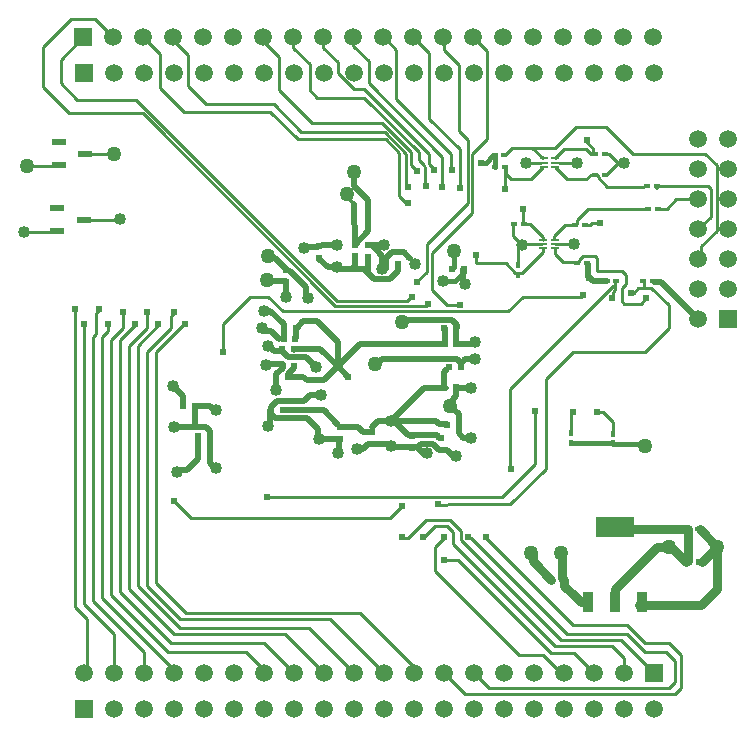
<source format=gbl>
G04*
G04 #@! TF.GenerationSoftware,Altium Limited,Altium Designer,19.1.7 (138)*
G04*
G04 Layer_Physical_Order=4*
G04 Layer_Color=16711680*
%FSLAX25Y25*%
%MOIN*%
G70*
G01*
G75*
%ADD15C,0.01000*%
%ADD16R,0.02461X0.01575*%
%ADD17R,0.01575X0.02461*%
%ADD19R,0.01968X0.02362*%
%ADD25R,0.05906X0.05906*%
%ADD41C,0.02000*%
%ADD42C,0.01500*%
%ADD46C,0.05906*%
%ADD47R,0.05906X0.05906*%
%ADD48C,0.05000*%
%ADD49C,0.04000*%
%ADD50C,0.02400*%
%ADD62R,0.04528X0.02362*%
%ADD63R,0.02362X0.01968*%
%ADD64R,0.03150X0.00591*%
%ADD65R,0.12598X0.06890*%
%ADD66R,0.03740X0.06890*%
%ADD67C,0.03000*%
D15*
X221474Y98626D02*
X222100Y98000D01*
X97331Y108769D02*
Y110000D01*
X161969Y155969D02*
Y157000D01*
X119700Y95500D02*
X120216Y96016D01*
X163200Y67300D02*
X164200D01*
X153265Y78301D02*
X159267Y78367D01*
X230078Y137178D02*
Y144722D01*
X224230Y150570D02*
X230078Y144722D01*
X221964Y150570D02*
X224230D01*
X153200Y78300D02*
X153265Y78301D01*
X102420Y156191D02*
X103809D01*
X159369Y136600D02*
X159869Y137100D01*
X160769Y124100D02*
Y125631D01*
X104837Y129600D02*
X105537Y130300D01*
X105281Y125013D02*
X105369Y125100D01*
X179800Y163700D02*
X181100Y165000D01*
X179800Y158122D02*
Y163700D01*
X174500Y80800D02*
X185500Y91800D01*
Y109400D01*
X123000Y180819D02*
X125338Y178481D01*
X141250Y139050D02*
X142100Y139900D01*
X164600Y131800D02*
X165400Y132600D01*
X123300Y120800D02*
Y121000D01*
X103269Y120800D02*
Y121784D01*
X225965Y184000D02*
X226565Y184600D01*
X243100D02*
X244100Y183600D01*
X226565Y184600D02*
X243100D01*
X192200Y190922D02*
X196322Y186800D01*
X209612Y184200D02*
X222021D01*
X206430Y187382D02*
X209612Y184200D01*
X119650Y146100D02*
X142821D01*
X144121Y147400D01*
X144500D01*
X160769Y124100D02*
Y125169D01*
X158031Y157000D02*
X158700Y157669D01*
X99281Y120150D02*
Y120800D01*
X99181Y120700D02*
Y120800D01*
Y120250D02*
Y120700D01*
X99281Y120800D02*
X99306Y120825D01*
X99181Y120700D02*
X99281Y120800D01*
X203300Y177000D02*
X223278D01*
X199608Y173308D02*
X203300Y177000D01*
X226522D02*
X229400D01*
X232550Y180150D01*
X240031D01*
X202122Y171400D02*
X203800D01*
X204600Y172200D01*
X207100D01*
X100200Y133600D02*
X101728D01*
X95200Y143000D02*
X97300D01*
X101934Y137166D02*
Y138366D01*
X101728Y133600D02*
X101833Y133705D01*
X101728Y133600D02*
X101732D01*
X101833Y137064D02*
X101934Y137166D01*
X105871D02*
X106068D01*
X105770Y137064D02*
X105871Y137166D01*
X105668Y133600D02*
X105770Y133702D01*
X102420Y156191D02*
Y156746D01*
X109226Y147774D02*
X109800Y147200D01*
X97411Y161200D02*
X98152Y160459D01*
X98706D01*
X97231Y109869D02*
X97331Y109769D01*
X54729Y208900D02*
X119029Y144600D01*
X52550Y213200D02*
X119650Y146100D01*
X33000Y213200D02*
X52550D01*
X119029Y144600D02*
X149150D01*
X149775Y145225D01*
X30100Y208900D02*
X54729D01*
X108400Y163600D02*
X108500Y163700D01*
X181600Y172265D02*
X182165Y171700D01*
X181600Y172265D02*
Y176700D01*
X182165Y171700D02*
X184000D01*
X181222D02*
X181722D01*
X182165D01*
X178228Y167872D02*
Y171450D01*
Y167872D02*
X181000Y165100D01*
X96500Y104500D02*
X97331Y105331D01*
X96500Y104400D02*
Y104500D01*
X129800Y164769D02*
X131131D01*
X135200Y156332D02*
X135774Y156906D01*
X139900Y163003D02*
X140150Y162753D01*
X139800Y162403D02*
Y162600D01*
X159200Y116631D02*
X159869Y117300D01*
X164100D02*
X164300Y117100D01*
X140300Y181094D02*
X142794Y178600D01*
X140300Y181094D02*
Y195557D01*
X135757Y200100D02*
X140300Y195557D01*
X106400Y200100D02*
X135757D01*
X142700Y184700D02*
X143300Y184100D01*
X142700Y184700D02*
Y195279D01*
X135379Y202600D02*
X142700Y195279D01*
X107700Y202600D02*
X135379D01*
X146000Y189600D02*
Y189825D01*
X144200Y191625D02*
Y195900D01*
X134436Y205664D02*
X144200Y195900D01*
X111136Y205664D02*
X134436D01*
X149000Y184500D02*
Y190957D01*
X146775Y193275D02*
Y195725D01*
X128600Y213900D02*
X146775Y195725D01*
X113000Y213900D02*
X128600D01*
X151900Y189800D02*
Y190179D01*
X150200Y191879D02*
Y195100D01*
X128500Y216800D02*
X150200Y195100D01*
X125110Y216800D02*
X128500D01*
X154600Y184000D02*
Y194200D01*
X130100Y218700D02*
X154600Y194200D01*
X130100Y218700D02*
Y226200D01*
X119800Y222110D02*
X125110Y216800D01*
X144200Y191625D02*
X146000Y189825D01*
X123000Y180819D02*
Y181800D01*
X96300Y153100D02*
X96584Y152816D01*
X119800Y222110D02*
Y225900D01*
X150200Y191879D02*
X151900Y190179D01*
X146775Y193275D02*
X148700Y191350D01*
X97300Y209200D02*
X106400Y200100D01*
X119500Y157400D02*
X120100Y156800D01*
X101500Y142700D02*
X176700D01*
X96700Y147500D02*
X101500Y142700D01*
X176700D02*
X181500Y147500D01*
X200800D01*
X201400Y148100D01*
X211700Y98626D02*
Y98678D01*
X197500Y98778D02*
X197600Y98678D01*
X164700Y195300D02*
X169700Y200300D01*
X171635Y194700D02*
X172078D01*
X164700Y175500D02*
Y195300D01*
X163200Y178700D02*
Y199900D01*
X149600Y165100D02*
X163200Y178700D01*
X160100Y203000D02*
X163200Y199900D01*
X151300Y162100D02*
X164700Y175500D01*
X172078Y190900D02*
X172278Y190700D01*
X224922Y152800D02*
X225193Y152529D01*
X203400Y153900D02*
X203779D01*
X203061Y154239D02*
X203400Y153900D01*
X202774Y158800D02*
X203061Y158513D01*
X202722Y158800D02*
X202774D01*
X206300Y156100D02*
X214700D01*
X206300D02*
Y160500D01*
X199478Y158800D02*
X199921D01*
X194787Y159013D02*
X200133D01*
X199921Y158800D02*
X200133Y159013D01*
X221100Y145500D02*
X222700Y147100D01*
X142794Y178600D02*
X143043Y178849D01*
X199608Y171687D02*
Y173308D01*
X198878Y171400D02*
X199321D01*
X199608Y171687D01*
X244100Y174220D02*
Y183600D01*
X240031Y170150D02*
X244100Y174220D01*
X175322Y195300D02*
X175765D01*
X246078Y169525D02*
Y191422D01*
X240969Y164417D02*
X246078Y169525D01*
X242200Y195300D02*
X246078Y191422D01*
X155332Y137100D02*
X155382Y137050D01*
Y131850D02*
X155431Y131800D01*
X156150Y123419D02*
Y123616D01*
X156635Y124100D01*
X156832D01*
X132100Y125200D02*
X132800Y125900D01*
X133400D01*
X90500Y147500D02*
X96700D01*
X81500Y138500D02*
X90500Y147500D01*
X81500Y129100D02*
Y138500D01*
X99181Y120250D02*
X99281Y120150D01*
X78700Y109800D02*
X80200D01*
X120019Y104918D02*
X120216D01*
X120700Y104434D01*
Y104237D02*
Y104434D01*
X120216Y100200D02*
Y100300D01*
X113300Y100400D02*
X113600Y100100D01*
X113700Y100200D01*
X120216Y99816D02*
X120700Y100300D01*
X65300Y79400D02*
X70900Y73800D01*
X137300D02*
X141200Y77700D01*
X70900Y73800D02*
X137300D01*
X126300Y96900D02*
X128165D01*
X131100Y102569D02*
Y104100D01*
X136769Y98631D02*
X137600Y97800D01*
X148663Y95200D02*
X149500D01*
X144600Y97232D02*
X146632D01*
X153469Y96631D02*
X154300D01*
X158218Y94500D02*
X159300D01*
X153700Y100569D02*
X154300D01*
X137600Y97800D02*
X137969Y97431D01*
X155832Y117200D02*
X156032Y117400D01*
X160069Y105000D02*
X160169Y105100D01*
X156132Y105000D02*
X156232Y105100D01*
X158065Y112065D02*
Y113394D01*
X157300Y111300D02*
X158065Y112065D01*
X156300Y144800D02*
X160400D01*
X151300Y149800D02*
Y162100D01*
Y149800D02*
X156300Y144800D01*
X162286Y153000D02*
X162900D01*
X161700Y153586D02*
X162286Y153000D01*
X161700Y156731D02*
X161969Y157000D01*
X146000Y152400D02*
X149600Y156000D01*
X177221Y91321D02*
Y116943D01*
X177200Y91300D02*
X177221Y91321D01*
Y116943D02*
X211579Y151300D01*
X137600Y106100D02*
X138400D01*
X159267Y78367D02*
X177267D01*
X189200Y90300D01*
X165800Y158700D02*
Y161400D01*
X149600Y156000D02*
Y165100D01*
X139900Y163003D02*
Y163200D01*
X134934Y164834D02*
X135000Y164900D01*
X129800Y164769D02*
X129866Y164834D01*
X113600Y160335D02*
Y160532D01*
X113969Y164100D02*
X114669Y164800D01*
X157700Y189900D02*
Y195100D01*
X160600Y183700D02*
Y196700D01*
X113216Y164084D02*
X113600Y164469D01*
X113969Y164100D01*
X192169Y193678D02*
X195291Y196800D01*
X202700Y199318D02*
Y199859D01*
X204078Y195300D02*
X205199D01*
X205578D01*
X204912Y195587D02*
X205199Y195300D01*
X204912Y195587D02*
Y197106D01*
X202700Y199318D02*
X204912Y197106D01*
X209200Y204300D02*
X218200Y195300D01*
X199200Y204300D02*
X209200D01*
X192200Y197300D02*
X199200Y204300D01*
X175400Y183400D02*
Y190578D01*
X175522Y190700D01*
X165800Y158700D02*
X175790D01*
X178882Y155608D01*
X169700Y200300D02*
Y229481D01*
X165031Y234150D02*
X169700Y229481D01*
X160100Y203000D02*
Y224777D01*
X155179Y229698D02*
X160100Y224777D01*
X155179Y229698D02*
Y234002D01*
X155031Y234150D02*
X155179Y234002D01*
X150300Y207000D02*
Y228881D01*
Y207000D02*
X160600Y196700D01*
X145031Y234150D02*
X150300Y228881D01*
X176008Y188413D02*
X177620Y186800D01*
X176008Y188413D02*
Y190413D01*
X175720Y190700D02*
X176008Y190413D01*
X175522Y190700D02*
X175720D01*
X177620Y186800D02*
X184141D01*
X178882Y155608D02*
X179513D01*
X179800Y155321D01*
Y154878D02*
Y155321D01*
X180087Y155608D02*
X181108D01*
X179800Y155321D02*
X180087Y155608D01*
X181108D02*
X188163Y162663D01*
X181000Y165100D02*
X187863D01*
X180512D02*
X181000D01*
X181100Y165000D01*
X211579Y151300D02*
X212186D01*
X21500Y217500D02*
X30100Y208900D01*
X21500Y217500D02*
Y230700D01*
X31000Y240200D01*
X38981D01*
X45031Y234150D01*
X27500Y218700D02*
X33000Y213200D01*
X27500Y218700D02*
Y226620D01*
X35031Y234150D01*
X68600Y209200D02*
X97300D01*
X60600Y217200D02*
X68600Y209200D01*
X60600Y217200D02*
Y228581D01*
X55031Y234150D02*
X60600Y228581D01*
X69900Y217800D02*
X75900Y211800D01*
X65031Y233169D02*
X69900Y228300D01*
Y217800D02*
Y228300D01*
X65031Y233169D02*
Y234150D01*
X98500Y211800D02*
X107700Y202600D01*
X75900Y211800D02*
X98500D01*
X100200Y216600D02*
Y227600D01*
X95031Y232769D02*
X100200Y227600D01*
X95031Y232769D02*
Y234150D01*
X100200Y216600D02*
X111136Y205664D01*
X148700Y191258D02*
X149000Y190957D01*
X148700Y191258D02*
Y191350D01*
X110500Y216400D02*
Y225200D01*
X105031Y230669D02*
X110500Y225200D01*
X105031Y230669D02*
Y234150D01*
X110500Y216400D02*
X113000Y213900D01*
X115031Y230669D02*
X119800Y225900D01*
X115031Y230669D02*
Y234150D01*
X139300Y213500D02*
X157700Y195100D01*
X139300Y213500D02*
Y229900D01*
X125031Y231269D02*
X130100Y226200D01*
X125031Y231269D02*
Y234150D01*
X135050D02*
X139300Y229900D01*
X135031Y234150D02*
X135050D01*
X96100Y80800D02*
X174500Y80800D01*
X157200Y73300D02*
X161000Y69500D01*
Y66389D02*
X194089Y33300D01*
X161000Y66389D02*
Y69500D01*
X200133Y159013D02*
X200208Y159087D01*
X205700Y161100D02*
X206300Y160500D01*
X201590Y161100D02*
X205700D01*
X200208Y159718D02*
X201590Y161100D01*
X200208Y159087D02*
Y159718D01*
X192100Y161700D02*
X194787Y159013D01*
X221964Y150570D02*
Y152514D01*
X221678Y152800D02*
X221964Y152514D01*
X221100Y145300D02*
Y145500D01*
X214400Y150500D02*
X215800Y151900D01*
X214400Y146086D02*
Y150500D01*
Y146086D02*
X215186Y145300D01*
X215800Y151900D02*
Y155000D01*
X219970Y150570D02*
X221964D01*
X218400Y149000D02*
X219970Y150570D01*
X217600Y149000D02*
X218400D01*
X215186Y145300D02*
X221100D01*
X214700Y156100D02*
X215800Y155000D01*
X206430Y187382D02*
Y188013D01*
X206143Y188300D02*
X206430Y188013D01*
X205700Y188300D02*
X206143D01*
X204078D02*
X205700D01*
X192100Y161700D02*
Y163600D01*
X191764Y166683D02*
Y167764D01*
X195400Y171400D01*
X198878D01*
X192100Y165100D02*
X198600D01*
X184000Y171700D02*
X188163Y167537D01*
Y162663D02*
Y163600D01*
Y166600D02*
Y167537D01*
X199375Y192225D02*
X199450Y192150D01*
X193443Y192225D02*
X199375D01*
X182500Y192300D02*
X187400D01*
X182417Y192217D02*
X182500Y192300D01*
X184610Y197300D02*
X192200D01*
X177765D02*
X184610D01*
X195291Y196800D02*
X202578D01*
X184141Y186800D02*
X188263Y190922D01*
X196322Y186800D02*
X202578D01*
X209200Y195300D02*
X210200D01*
X213200Y192300D01*
X209487Y188587D02*
X213200Y192300D01*
X208944Y188587D02*
X209487D01*
X213200Y192300D02*
X215200D01*
X218200Y195300D02*
X242200D01*
X240969Y161089D02*
Y164417D01*
X240031Y160150D02*
X240969Y161089D01*
X239092Y181089D02*
X240031Y180150D01*
X212186Y151300D02*
Y152513D01*
Y149786D02*
Y151300D01*
X211468Y149068D02*
X212186Y149786D01*
X211468Y147568D02*
Y149068D01*
X211200Y147300D02*
X211468Y147568D01*
X211700Y101922D02*
Y105800D01*
X208200Y109300D02*
X211700Y105800D01*
X206200Y109300D02*
X208200D01*
X198200Y129300D02*
X222200D01*
X189200Y120300D02*
X198200Y129300D01*
X189200Y90300D02*
Y120300D01*
X222200Y129300D02*
X230078Y137178D01*
X184200Y62300D02*
X184965Y61535D01*
X191035Y53300D02*
X191232D01*
X198716Y47784D02*
X199239Y47261D01*
X194200Y62300D02*
X194684Y61816D01*
Y53784D02*
X195169Y53300D01*
X195169D01*
X188200Y28300D02*
X194200Y22300D01*
X180200Y28300D02*
X188200D01*
X194200Y22300D02*
X195200D01*
X211200Y31300D02*
X215200Y27300D01*
X192200Y31300D02*
X211200D01*
X158200Y65300D02*
X192200Y31300D01*
X194089Y33300D02*
X214200D01*
X169200Y67300D02*
X198200Y38300D01*
X214200Y33300D02*
X225200Y22300D01*
X216200Y35300D02*
X222200Y29300D01*
X196200Y35300D02*
X216200D01*
X164200Y67300D02*
X196200Y35300D01*
X216200Y38300D02*
X222200Y32300D01*
X198200Y38300D02*
X216200D01*
X158200Y65300D02*
Y69300D01*
X159821Y59800D02*
X190821Y28800D01*
X155200Y59800D02*
X159821D01*
X152200Y64300D02*
X155200Y67300D01*
X152200Y56300D02*
Y64300D01*
Y56300D02*
X180200Y28300D01*
X156200Y71300D02*
X158200Y69300D01*
X152200Y71300D02*
X156200D01*
X148200Y67300D02*
X152200Y71300D01*
X190821Y28800D02*
X198700D01*
X149200Y73300D02*
X157200D01*
X143200Y67300D02*
X149200Y73300D01*
X198700Y28800D02*
X205200Y22300D01*
X141200Y67300D02*
X143200D01*
X230200Y32300D02*
X234200Y28300D01*
X222200Y32300D02*
X230200D01*
X234200Y17300D02*
Y28300D01*
X232200Y15300D02*
X234200Y17300D01*
X162200Y15300D02*
X232200D01*
X155200Y22300D02*
X162200Y15300D01*
X206200Y69702D02*
X206798Y70300D01*
X232200Y19300D02*
Y26300D01*
X230200Y17300D02*
X232200Y19300D01*
X170200Y17300D02*
X230200D01*
X229200Y29300D02*
X232200Y26300D01*
X222200Y29300D02*
X229200D01*
X165200Y22300D02*
X170200Y17300D01*
X215200Y22300D02*
Y27300D01*
X36200Y23300D02*
Y40300D01*
X32200Y44300D02*
X36200Y40300D01*
X32200Y143300D02*
X32200Y44300D01*
X35200Y22300D02*
X36200Y23300D01*
X45200Y22300D02*
Y35300D01*
X35200Y45300D02*
X45200Y35300D01*
X35200Y45300D02*
Y138300D01*
X55200Y22300D02*
Y29300D01*
X38200Y46300D02*
X55200Y29300D01*
X38200Y46300D02*
Y134300D01*
X65200Y22300D02*
Y23300D01*
X41200Y47300D02*
X65200Y23300D01*
X41200Y47300D02*
Y134300D01*
X32200Y143300D02*
Y143800D01*
X145200Y22300D02*
Y24300D01*
X127200Y42300D02*
X145200Y24300D01*
X69200Y42300D02*
X127200D01*
X68200Y138300D02*
X68700D01*
X59200Y129300D02*
X68200Y138300D01*
X59200Y52300D02*
Y129300D01*
Y52300D02*
X69200Y42300D01*
X56200Y129300D02*
X64200Y137300D01*
X56200Y51300D02*
Y129300D01*
Y51300D02*
X67200Y40300D01*
X64200Y137300D02*
Y141300D01*
X65200Y142300D01*
X67200Y40300D02*
X117200D01*
X135200Y22300D01*
X63200Y29300D02*
X89200D01*
X44200Y48300D02*
X63200Y29300D01*
X44200Y48300D02*
Y133300D01*
X67200Y37300D02*
X110200D01*
X53200Y51300D02*
X67200Y37300D01*
X53200Y51300D02*
Y131300D01*
X59950Y138050D01*
Y138300D01*
X50200Y131300D02*
X56241Y137341D01*
Y139259D01*
X56200Y139300D02*
Y142300D01*
Y139300D02*
X56241Y139259D01*
X115200Y22300D02*
X115243Y22257D01*
X110200Y37300D02*
X125200Y22300D01*
X50200Y50300D02*
Y131300D01*
X66200Y89300D02*
X66774Y89874D01*
X72137Y104300D02*
X72169Y104269D01*
X50200Y50300D02*
X65200Y35300D01*
X102200D01*
X115200Y22300D01*
X47200Y133300D02*
X52200Y138300D01*
X44200Y133300D02*
X48200Y137300D01*
Y142300D01*
X47200Y49300D02*
Y133300D01*
Y49300D02*
X64200Y32300D01*
X95200D01*
X105200Y22300D01*
X95200D02*
Y23300D01*
X89200Y29300D02*
X95200Y23300D01*
X43200Y136300D02*
Y138300D01*
X41200Y134300D02*
X43200Y136300D01*
X39200Y142300D02*
X40200Y143300D01*
X39200Y135300D02*
Y142300D01*
X38200Y134300D02*
X39200Y135300D01*
X47103Y173333D02*
X47135Y173365D01*
X35232Y173333D02*
X47103D01*
X35200Y173300D02*
X35232Y173333D01*
X26342Y169560D02*
X26601Y169300D01*
X15200D02*
X26601D01*
X25511Y192300D02*
X26511Y191300D01*
X35629Y195300D02*
X45200D01*
X16200Y191300D02*
X24511D01*
X26511D02*
X26771Y191560D01*
X24511Y191300D02*
X25511Y192300D01*
X125200Y22300D02*
X125243Y22257D01*
X72169Y104269D02*
X72200Y104300D01*
X175765Y195300D02*
X177765Y197300D01*
X72169Y111300D02*
X72200Y111269D01*
X72200Y111300D02*
X72365D01*
X77169Y96300D02*
X77184Y96316D01*
X73232Y96300D02*
X73247Y96316D01*
Y101284D02*
X73263Y101300D01*
X230200Y64300D02*
X230972D01*
X235971Y59300D02*
X236168D01*
X236456Y59587D01*
Y70300D02*
X236578D01*
X240105Y59300D02*
X241200D01*
X184610Y197300D02*
X188232Y193678D01*
X202578Y186800D02*
X204078Y188300D01*
X202578Y196800D02*
X204078Y195300D01*
X212186Y152513D02*
X212474Y152800D01*
X212700D01*
X197200Y101922D02*
X197487Y102209D01*
Y108587D02*
X198200Y109300D01*
X197487Y102209D02*
Y108587D01*
D16*
X223278Y177000D02*
D03*
X226522D02*
D03*
X236578Y70300D02*
D03*
X239822D02*
D03*
X226144Y184400D02*
D03*
X222900D02*
D03*
X178478Y171700D02*
D03*
X181722D02*
D03*
X208822Y195300D02*
D03*
X205578D02*
D03*
X208944Y188300D02*
D03*
X205700D02*
D03*
X172278Y190700D02*
D03*
X175522D02*
D03*
X172078Y194700D02*
D03*
X175322D02*
D03*
X202722Y158800D02*
D03*
X199478D02*
D03*
X202122Y171400D02*
D03*
X198878D02*
D03*
X221678Y152800D02*
D03*
X224922D02*
D03*
X212700D02*
D03*
X209456D02*
D03*
D17*
X179800Y158122D02*
D03*
Y154878D02*
D03*
X211700Y101922D02*
D03*
Y98678D02*
D03*
X197500Y102022D02*
D03*
Y98778D02*
D03*
D19*
X131100Y98631D02*
D03*
Y102569D02*
D03*
X125500Y161031D02*
D03*
Y164969D02*
D03*
X144600Y101169D02*
D03*
Y97232D02*
D03*
X154300Y100569D02*
D03*
Y96631D02*
D03*
X120700Y104237D02*
D03*
Y100300D02*
D03*
X113600Y160532D02*
D03*
Y164469D02*
D03*
X129800Y160832D02*
D03*
Y164769D02*
D03*
X139800Y158663D02*
D03*
Y162600D02*
D03*
X102500Y156469D02*
D03*
Y152531D02*
D03*
D25*
X250031Y140150D02*
D03*
D41*
X99331Y116631D02*
Y120800D01*
X99100Y116400D02*
X99331Y116631D01*
X98500Y129600D02*
X100269D01*
X97000Y131100D02*
X98500Y129600D01*
X109400Y119700D02*
X115200D01*
X108300Y120800D02*
X109400Y119700D01*
X103269Y120800D02*
X108300D01*
X115200Y119700D02*
X119900Y124400D01*
X101431Y123931D02*
Y125100D01*
X99331Y121831D02*
X101431Y123931D01*
X98900Y107200D02*
X109700D01*
X97331Y108769D02*
X98900Y107200D01*
X109226Y147774D02*
Y150774D01*
X103809Y156191D02*
X109226Y150774D01*
X156086Y96631D02*
X158218Y94500D01*
X154300Y96631D02*
X156086D01*
X152900Y101368D02*
X153700Y100569D01*
X143131Y101368D02*
X152900D01*
X108500Y112800D02*
X110500Y114800D01*
X99500Y112800D02*
X108500D01*
X97531Y110831D02*
X99500Y112800D01*
X97531Y109700D02*
Y110831D01*
X115237Y109700D02*
X120019Y104918D01*
X101469Y109700D02*
X115237D01*
X159465Y137100D02*
Y138235D01*
X157800Y139900D02*
X159465Y138235D01*
X142100Y139900D02*
X157800D01*
X159369Y131800D02*
Y136600D01*
X159400Y127000D02*
X160769Y125631D01*
X134500Y127000D02*
X159400D01*
X114000Y130300D02*
X119900Y124400D01*
X105537Y130300D02*
X114000D01*
X103306Y127391D02*
X109209D01*
X101097Y129600D02*
X103306Y127391D01*
X109209D02*
X112500Y124100D01*
X103269Y121784D02*
X105281Y123797D01*
X95981Y125050D02*
X101381D01*
X100269Y129600D02*
X101097D01*
X99331Y120800D02*
Y121831D01*
X77184Y96316D02*
Y102916D01*
X75831Y104269D02*
X77184Y102916D01*
X72169Y104269D02*
X75831D01*
X77169Y92331D02*
Y96300D01*
Y92331D02*
X79200Y90300D01*
X125500Y164969D02*
X130000Y169468D01*
X125338Y178481D02*
X125500Y164969D01*
X130000Y169468D02*
Y179700D01*
X125100Y184600D02*
X130000Y179700D01*
X125100Y184600D02*
Y189300D01*
X96584Y152816D02*
X102450D01*
Y147650D02*
Y152816D01*
X159369Y131800D02*
X164600D01*
X119900Y124400D02*
X123300Y121000D01*
X110500Y114800D02*
X114100D01*
X162348Y126748D02*
X165645D01*
X160769Y125169D02*
X162348Y126748D01*
X97500Y136300D02*
X100200Y133600D01*
X94400Y136300D02*
X97500D01*
X97300Y143000D02*
X101934Y138366D01*
X101833Y133705D02*
Y137064D01*
X105770Y133702D02*
Y137064D01*
X106068Y137166D02*
X108303Y139400D01*
X112900D01*
X98706Y160459D02*
X102420Y156746D01*
X97331Y105331D02*
Y109769D01*
X109700Y107200D02*
X113300Y103600D01*
X148700Y117200D02*
X155832D01*
X134600Y156900D02*
Y161300D01*
X131131Y164769D02*
X134600Y161300D01*
X132000Y153400D02*
X137200D01*
X129800Y155600D02*
X132000Y153400D01*
X137200D02*
X139900Y156100D01*
X129800Y155600D02*
Y160832D01*
X128600Y156800D02*
X129800Y155600D01*
X124600Y156800D02*
X128600D01*
X139900Y156100D02*
Y157800D01*
X139800Y162403D02*
X141768D01*
X137703D02*
X139800D01*
X135774Y160474D02*
X137703Y162403D01*
X135774Y156906D02*
Y160474D01*
X141768Y162403D02*
X143672Y160500D01*
X159869Y117300D02*
X164100D01*
X124600Y156800D02*
X125500Y157700D01*
X120100Y156800D02*
X124600D01*
X116535Y157400D02*
X119500D01*
X113600Y160335D02*
X116535Y157400D01*
X227652Y152529D02*
X240031Y140150D01*
X225193Y152529D02*
X227652D01*
X203779Y153900D02*
X204879Y152800D01*
X209456D01*
X203061Y154239D02*
Y158513D01*
X64900Y117800D02*
X68231Y114469D01*
Y111300D02*
Y114469D01*
X127300Y131800D02*
X155431D01*
X119900Y124400D02*
X127300Y131800D01*
X155382Y131850D02*
Y137050D01*
X133400Y125900D02*
X134500Y127000D01*
X155332Y117500D02*
Y122600D01*
X156150Y123419D01*
X119900Y124400D02*
Y132400D01*
X112900Y139400D02*
X119900Y132400D01*
X77200Y111300D02*
X78700Y109800D01*
X113300Y100400D02*
Y103600D01*
X113700Y100200D02*
X120216D01*
Y96016D02*
Y99816D01*
X128331Y102569D02*
X131100D01*
X126663Y104237D02*
X128331Y102569D01*
X120700Y104237D02*
X126663D01*
X128165Y96900D02*
X129897Y98631D01*
X133100Y106100D02*
X137600D01*
X131100Y104100D02*
X133100Y106100D01*
X129897Y98631D02*
X131100D01*
X136769D01*
X137969Y97431D02*
X146432D01*
X146632Y97232D02*
X148663Y95200D01*
X147500Y98500D02*
X151600D01*
X146432Y97431D02*
X147500Y98500D01*
X151600D02*
X153469Y96631D01*
X161600Y100600D02*
X164100D01*
X160069Y102131D02*
X161600Y100600D01*
X160069Y102131D02*
Y105000D01*
X159200Y114528D02*
Y116631D01*
X158065Y113394D02*
X159200Y114528D01*
X157300Y111300D02*
X160169Y108431D01*
Y105100D02*
Y108431D01*
X153700Y105100D02*
X156232D01*
X152700Y106100D02*
X153700Y105100D01*
X138316Y106816D02*
X148700Y117200D01*
X138400Y106100D02*
X152700D01*
X161700Y153586D02*
Y156731D01*
X138400Y106100D02*
X143131Y101368D01*
X143672Y160500D02*
X144000D01*
X129866Y164834D02*
X134934D01*
X125500Y157700D02*
Y161031D01*
X114669Y164800D02*
X119500D01*
X110316Y164084D02*
X113216D01*
X69678Y89874D02*
X73232Y93428D01*
X66774Y89874D02*
X69678D01*
X73232Y93428D02*
Y96300D01*
X65200Y104300D02*
X72137D01*
X73397Y111300D02*
X77200D01*
X73247Y96316D02*
Y101284D01*
X72200Y104300D02*
Y111269D01*
D42*
X211700Y98626D02*
X221474D01*
X158900Y152900D02*
X161969Y155969D01*
X154900Y152900D02*
X158900D01*
X158700Y157669D02*
Y163000D01*
X197600Y98678D02*
X211700D01*
X169135Y192200D02*
X171635Y194700D01*
X167500Y192200D02*
X169135D01*
X172078Y190900D02*
Y194700D01*
D46*
X225200Y10300D02*
D03*
X215200D02*
D03*
X205200D02*
D03*
X195200D02*
D03*
X185200D02*
D03*
X175200D02*
D03*
X165200D02*
D03*
X155200D02*
D03*
X145200D02*
D03*
X135200D02*
D03*
X125200D02*
D03*
X115200D02*
D03*
X105200D02*
D03*
X95200D02*
D03*
X85200D02*
D03*
X75200D02*
D03*
X65200D02*
D03*
X55200D02*
D03*
X45200D02*
D03*
X240031Y140150D02*
D03*
X250031Y150150D02*
D03*
X240031D02*
D03*
X250031Y160150D02*
D03*
X240031D02*
D03*
X250031Y170150D02*
D03*
X240031D02*
D03*
X250031Y180150D02*
D03*
X240031D02*
D03*
X250031Y190150D02*
D03*
X240031D02*
D03*
X250031Y200150D02*
D03*
X240031D02*
D03*
X45200Y222300D02*
D03*
X55200D02*
D03*
X65200D02*
D03*
X75200D02*
D03*
X85200D02*
D03*
X95200D02*
D03*
X105200D02*
D03*
X115200D02*
D03*
X125200D02*
D03*
X135200D02*
D03*
X145200D02*
D03*
X155200D02*
D03*
X165200D02*
D03*
X175200D02*
D03*
X185200D02*
D03*
X195200D02*
D03*
X205200D02*
D03*
X215200D02*
D03*
X225200D02*
D03*
X45031Y234150D02*
D03*
X55031D02*
D03*
X65031D02*
D03*
X75031D02*
D03*
X85031D02*
D03*
X95031D02*
D03*
X105031D02*
D03*
X115031D02*
D03*
X125031D02*
D03*
X135031D02*
D03*
X145031D02*
D03*
X155031D02*
D03*
X165031D02*
D03*
X175031D02*
D03*
X185031D02*
D03*
X195031D02*
D03*
X205031D02*
D03*
X215031D02*
D03*
X225031D02*
D03*
X215200Y22300D02*
D03*
X205200D02*
D03*
X195200D02*
D03*
X185200D02*
D03*
X175200D02*
D03*
X165200D02*
D03*
X155200D02*
D03*
X145200D02*
D03*
X135200D02*
D03*
X125200D02*
D03*
X115200D02*
D03*
X105200D02*
D03*
X95200D02*
D03*
X85200D02*
D03*
X75200D02*
D03*
X65200D02*
D03*
X55200D02*
D03*
X45200D02*
D03*
X35200D02*
D03*
D47*
Y10300D02*
D03*
Y222300D02*
D03*
X35031Y234150D02*
D03*
X225200Y22300D02*
D03*
D48*
X141250Y139050D02*
D03*
X158700Y163000D02*
D03*
X96521Y161224D02*
D03*
X96321Y153124D02*
D03*
X123021Y181824D02*
D03*
X125100Y189300D02*
D03*
X222100Y98000D02*
D03*
X132100Y125200D02*
D03*
X157300Y111300D02*
D03*
X184200Y62300D02*
D03*
X194200D02*
D03*
X16200Y191300D02*
D03*
X45200Y195300D02*
D03*
X230200Y64300D02*
D03*
X246200D02*
D03*
D49*
X99100Y116400D02*
D03*
X96498Y131100D02*
D03*
X149500Y95666D02*
D03*
X95981Y124850D02*
D03*
X112500Y124100D02*
D03*
X165421Y132624D02*
D03*
X159321Y94524D02*
D03*
X181100Y165000D02*
D03*
X114100Y114800D02*
D03*
X165645Y126748D02*
D03*
X126321Y96900D02*
D03*
X162300Y151900D02*
D03*
X79264Y90373D02*
D03*
X94700Y137100D02*
D03*
X95200Y143000D02*
D03*
X109800Y147200D02*
D03*
X108500Y163700D02*
D03*
X119721Y95524D02*
D03*
X145421Y158624D02*
D03*
X135043Y164949D02*
D03*
X164321Y117124D02*
D03*
X79221Y109824D02*
D03*
X164121Y100624D02*
D03*
X96521Y104424D02*
D03*
X119543Y164849D02*
D03*
X134600Y156900D02*
D03*
X119500Y157400D02*
D03*
X64900Y117800D02*
D03*
X102450Y147650D02*
D03*
X113600Y100100D02*
D03*
X137600Y97800D02*
D03*
X154900Y152900D02*
D03*
X137600Y106100D02*
D03*
X198600Y165100D02*
D03*
X182417Y192217D02*
D03*
X199450Y192150D02*
D03*
X215200Y192300D02*
D03*
X65200Y104300D02*
D03*
X66200Y89300D02*
D03*
X15200Y169300D02*
D03*
X47135Y173365D02*
D03*
D50*
X185500Y109400D02*
D03*
X123300Y120800D02*
D03*
X144500Y147400D02*
D03*
X181621Y176724D02*
D03*
X154664Y184073D02*
D03*
X165821Y161424D02*
D03*
X160421Y144924D02*
D03*
X155264Y59873D02*
D03*
X40264Y143373D02*
D03*
X96164Y80773D02*
D03*
X32264Y143373D02*
D03*
X48264Y142373D02*
D03*
X141264Y67373D02*
D03*
X65264Y142373D02*
D03*
X157764Y189973D02*
D03*
X160664Y183773D02*
D03*
X35264Y138373D02*
D03*
X202743Y199908D02*
D03*
X149818Y145274D02*
D03*
X177621Y90324D02*
D03*
X146043Y152449D02*
D03*
X141264Y77773D02*
D03*
X149064Y184573D02*
D03*
X146064Y189673D02*
D03*
X163264Y67373D02*
D03*
X60014Y138373D02*
D03*
X143064Y178873D02*
D03*
X143364Y184173D02*
D03*
X151964Y189873D02*
D03*
X169264Y67373D02*
D03*
X43264Y138373D02*
D03*
X155264Y67373D02*
D03*
X52264Y138373D02*
D03*
X56264Y142373D02*
D03*
X175443Y183449D02*
D03*
X68764Y138373D02*
D03*
X153264Y78373D02*
D03*
X148264Y67373D02*
D03*
X167500Y192200D02*
D03*
X203400Y153900D02*
D03*
X207100Y172200D02*
D03*
X222700Y147100D02*
D03*
X81500Y129100D02*
D03*
X201400Y148100D02*
D03*
X65300Y79400D02*
D03*
X217600Y149000D02*
D03*
X211200Y147300D02*
D03*
X206200Y109300D02*
D03*
X198200D02*
D03*
D62*
X35629Y195300D02*
D03*
X26771Y199040D02*
D03*
Y191560D02*
D03*
X35200Y173300D02*
D03*
X26342Y177040D02*
D03*
Y169560D02*
D03*
D63*
X101732Y133600D02*
D03*
X105668D02*
D03*
X155332Y137100D02*
D03*
X159268D02*
D03*
X155431Y131800D02*
D03*
X159369D02*
D03*
X73263Y101300D02*
D03*
X77200D02*
D03*
X73232Y96300D02*
D03*
X77169D02*
D03*
X103269Y120800D02*
D03*
X99331D02*
D03*
X105269Y124500D02*
D03*
X101331D02*
D03*
X156832Y124100D02*
D03*
X160769D02*
D03*
X101469Y109700D02*
D03*
X97531D02*
D03*
X105269Y130100D02*
D03*
X101331D02*
D03*
X156132Y105000D02*
D03*
X160069D02*
D03*
X158031Y157000D02*
D03*
X161969D02*
D03*
X155332Y117500D02*
D03*
X159268D02*
D03*
X68231Y111300D02*
D03*
X72169D02*
D03*
X105871Y137166D02*
D03*
X101934D02*
D03*
X236168Y59300D02*
D03*
X240105D02*
D03*
X195169Y53300D02*
D03*
X191232D02*
D03*
D64*
X188163Y166478D02*
D03*
Y165100D02*
D03*
Y163722D02*
D03*
X192100D02*
D03*
Y165100D02*
D03*
Y166478D02*
D03*
X192369Y190922D02*
D03*
Y192300D02*
D03*
Y193678D02*
D03*
X188432D02*
D03*
Y192300D02*
D03*
Y190922D02*
D03*
D65*
X212200Y70702D02*
D03*
D66*
X203145Y45898D02*
D03*
X212200D02*
D03*
X221255D02*
D03*
D67*
X208798Y70300D02*
X236456D01*
X220255Y44898D02*
X240798D01*
X184965Y59369D02*
Y61535D01*
Y59369D02*
X191035Y53300D01*
X194684Y53784D02*
Y61816D01*
X195169Y51331D02*
X198716Y47784D01*
X195169Y51331D02*
Y53300D01*
X200720Y45898D02*
X203145D01*
X198775Y47843D02*
X200720Y45898D01*
X212200Y44898D02*
Y50300D01*
X226200Y64300D01*
X236456Y59587D02*
Y70300D01*
X226200Y64300D02*
X230200D01*
X230972D02*
X235971Y59300D01*
X240417Y70083D02*
X246200Y64300D01*
Y50300D02*
Y64300D01*
X240798Y44898D02*
X246200Y50300D01*
X241200Y59300D02*
X246200Y64300D01*
M02*

</source>
